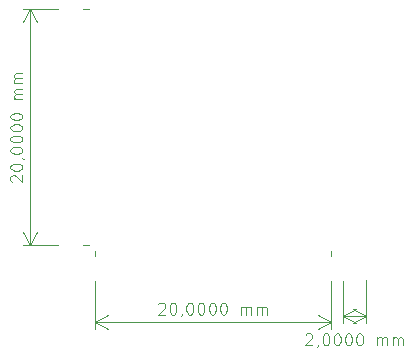
<source format=gto>
%TF.GenerationSoftware,KiCad,Pcbnew,8.0.6*%
%TF.CreationDate,2025-08-26T16:20:21+02:00*%
%TF.ProjectId,GoldElectrode,476f6c64-456c-4656-9374-726f64652e6b,rev?*%
%TF.SameCoordinates,Original*%
%TF.FileFunction,Legend,Top*%
%TF.FilePolarity,Positive*%
%FSLAX46Y46*%
G04 Gerber Fmt 4.6, Leading zero omitted, Abs format (unit mm)*
G04 Created by KiCad (PCBNEW 8.0.6) date 2025-08-26 16:20:21*
%MOMM*%
%LPD*%
G01*
G04 APERTURE LIST*
%ADD10C,0.100000*%
%ADD11R,2.000000X5.000000*%
%ADD12R,20.000000X20.000000*%
%ADD13R,2.000000X26.000000*%
%ADD14R,11.000000X2.000000*%
%ADD15R,26.000000X2.000000*%
G04 APERTURE END LIST*
D10*
X104380953Y-90952657D02*
X104428572Y-90905038D01*
X104428572Y-90905038D02*
X104523810Y-90857419D01*
X104523810Y-90857419D02*
X104761905Y-90857419D01*
X104761905Y-90857419D02*
X104857143Y-90905038D01*
X104857143Y-90905038D02*
X104904762Y-90952657D01*
X104904762Y-90952657D02*
X104952381Y-91047895D01*
X104952381Y-91047895D02*
X104952381Y-91143133D01*
X104952381Y-91143133D02*
X104904762Y-91285990D01*
X104904762Y-91285990D02*
X104333334Y-91857419D01*
X104333334Y-91857419D02*
X104952381Y-91857419D01*
X105571429Y-90857419D02*
X105666667Y-90857419D01*
X105666667Y-90857419D02*
X105761905Y-90905038D01*
X105761905Y-90905038D02*
X105809524Y-90952657D01*
X105809524Y-90952657D02*
X105857143Y-91047895D01*
X105857143Y-91047895D02*
X105904762Y-91238371D01*
X105904762Y-91238371D02*
X105904762Y-91476466D01*
X105904762Y-91476466D02*
X105857143Y-91666942D01*
X105857143Y-91666942D02*
X105809524Y-91762180D01*
X105809524Y-91762180D02*
X105761905Y-91809800D01*
X105761905Y-91809800D02*
X105666667Y-91857419D01*
X105666667Y-91857419D02*
X105571429Y-91857419D01*
X105571429Y-91857419D02*
X105476191Y-91809800D01*
X105476191Y-91809800D02*
X105428572Y-91762180D01*
X105428572Y-91762180D02*
X105380953Y-91666942D01*
X105380953Y-91666942D02*
X105333334Y-91476466D01*
X105333334Y-91476466D02*
X105333334Y-91238371D01*
X105333334Y-91238371D02*
X105380953Y-91047895D01*
X105380953Y-91047895D02*
X105428572Y-90952657D01*
X105428572Y-90952657D02*
X105476191Y-90905038D01*
X105476191Y-90905038D02*
X105571429Y-90857419D01*
X106380953Y-91809800D02*
X106380953Y-91857419D01*
X106380953Y-91857419D02*
X106333334Y-91952657D01*
X106333334Y-91952657D02*
X106285715Y-92000276D01*
X107000000Y-90857419D02*
X107095238Y-90857419D01*
X107095238Y-90857419D02*
X107190476Y-90905038D01*
X107190476Y-90905038D02*
X107238095Y-90952657D01*
X107238095Y-90952657D02*
X107285714Y-91047895D01*
X107285714Y-91047895D02*
X107333333Y-91238371D01*
X107333333Y-91238371D02*
X107333333Y-91476466D01*
X107333333Y-91476466D02*
X107285714Y-91666942D01*
X107285714Y-91666942D02*
X107238095Y-91762180D01*
X107238095Y-91762180D02*
X107190476Y-91809800D01*
X107190476Y-91809800D02*
X107095238Y-91857419D01*
X107095238Y-91857419D02*
X107000000Y-91857419D01*
X107000000Y-91857419D02*
X106904762Y-91809800D01*
X106904762Y-91809800D02*
X106857143Y-91762180D01*
X106857143Y-91762180D02*
X106809524Y-91666942D01*
X106809524Y-91666942D02*
X106761905Y-91476466D01*
X106761905Y-91476466D02*
X106761905Y-91238371D01*
X106761905Y-91238371D02*
X106809524Y-91047895D01*
X106809524Y-91047895D02*
X106857143Y-90952657D01*
X106857143Y-90952657D02*
X106904762Y-90905038D01*
X106904762Y-90905038D02*
X107000000Y-90857419D01*
X107952381Y-90857419D02*
X108047619Y-90857419D01*
X108047619Y-90857419D02*
X108142857Y-90905038D01*
X108142857Y-90905038D02*
X108190476Y-90952657D01*
X108190476Y-90952657D02*
X108238095Y-91047895D01*
X108238095Y-91047895D02*
X108285714Y-91238371D01*
X108285714Y-91238371D02*
X108285714Y-91476466D01*
X108285714Y-91476466D02*
X108238095Y-91666942D01*
X108238095Y-91666942D02*
X108190476Y-91762180D01*
X108190476Y-91762180D02*
X108142857Y-91809800D01*
X108142857Y-91809800D02*
X108047619Y-91857419D01*
X108047619Y-91857419D02*
X107952381Y-91857419D01*
X107952381Y-91857419D02*
X107857143Y-91809800D01*
X107857143Y-91809800D02*
X107809524Y-91762180D01*
X107809524Y-91762180D02*
X107761905Y-91666942D01*
X107761905Y-91666942D02*
X107714286Y-91476466D01*
X107714286Y-91476466D02*
X107714286Y-91238371D01*
X107714286Y-91238371D02*
X107761905Y-91047895D01*
X107761905Y-91047895D02*
X107809524Y-90952657D01*
X107809524Y-90952657D02*
X107857143Y-90905038D01*
X107857143Y-90905038D02*
X107952381Y-90857419D01*
X108904762Y-90857419D02*
X109000000Y-90857419D01*
X109000000Y-90857419D02*
X109095238Y-90905038D01*
X109095238Y-90905038D02*
X109142857Y-90952657D01*
X109142857Y-90952657D02*
X109190476Y-91047895D01*
X109190476Y-91047895D02*
X109238095Y-91238371D01*
X109238095Y-91238371D02*
X109238095Y-91476466D01*
X109238095Y-91476466D02*
X109190476Y-91666942D01*
X109190476Y-91666942D02*
X109142857Y-91762180D01*
X109142857Y-91762180D02*
X109095238Y-91809800D01*
X109095238Y-91809800D02*
X109000000Y-91857419D01*
X109000000Y-91857419D02*
X108904762Y-91857419D01*
X108904762Y-91857419D02*
X108809524Y-91809800D01*
X108809524Y-91809800D02*
X108761905Y-91762180D01*
X108761905Y-91762180D02*
X108714286Y-91666942D01*
X108714286Y-91666942D02*
X108666667Y-91476466D01*
X108666667Y-91476466D02*
X108666667Y-91238371D01*
X108666667Y-91238371D02*
X108714286Y-91047895D01*
X108714286Y-91047895D02*
X108761905Y-90952657D01*
X108761905Y-90952657D02*
X108809524Y-90905038D01*
X108809524Y-90905038D02*
X108904762Y-90857419D01*
X109857143Y-90857419D02*
X109952381Y-90857419D01*
X109952381Y-90857419D02*
X110047619Y-90905038D01*
X110047619Y-90905038D02*
X110095238Y-90952657D01*
X110095238Y-90952657D02*
X110142857Y-91047895D01*
X110142857Y-91047895D02*
X110190476Y-91238371D01*
X110190476Y-91238371D02*
X110190476Y-91476466D01*
X110190476Y-91476466D02*
X110142857Y-91666942D01*
X110142857Y-91666942D02*
X110095238Y-91762180D01*
X110095238Y-91762180D02*
X110047619Y-91809800D01*
X110047619Y-91809800D02*
X109952381Y-91857419D01*
X109952381Y-91857419D02*
X109857143Y-91857419D01*
X109857143Y-91857419D02*
X109761905Y-91809800D01*
X109761905Y-91809800D02*
X109714286Y-91762180D01*
X109714286Y-91762180D02*
X109666667Y-91666942D01*
X109666667Y-91666942D02*
X109619048Y-91476466D01*
X109619048Y-91476466D02*
X109619048Y-91238371D01*
X109619048Y-91238371D02*
X109666667Y-91047895D01*
X109666667Y-91047895D02*
X109714286Y-90952657D01*
X109714286Y-90952657D02*
X109761905Y-90905038D01*
X109761905Y-90905038D02*
X109857143Y-90857419D01*
X111380953Y-91857419D02*
X111380953Y-91190752D01*
X111380953Y-91285990D02*
X111428572Y-91238371D01*
X111428572Y-91238371D02*
X111523810Y-91190752D01*
X111523810Y-91190752D02*
X111666667Y-91190752D01*
X111666667Y-91190752D02*
X111761905Y-91238371D01*
X111761905Y-91238371D02*
X111809524Y-91333609D01*
X111809524Y-91333609D02*
X111809524Y-91857419D01*
X111809524Y-91333609D02*
X111857143Y-91238371D01*
X111857143Y-91238371D02*
X111952381Y-91190752D01*
X111952381Y-91190752D02*
X112095238Y-91190752D01*
X112095238Y-91190752D02*
X112190477Y-91238371D01*
X112190477Y-91238371D02*
X112238096Y-91333609D01*
X112238096Y-91333609D02*
X112238096Y-91857419D01*
X112714286Y-91857419D02*
X112714286Y-91190752D01*
X112714286Y-91285990D02*
X112761905Y-91238371D01*
X112761905Y-91238371D02*
X112857143Y-91190752D01*
X112857143Y-91190752D02*
X113000000Y-91190752D01*
X113000000Y-91190752D02*
X113095238Y-91238371D01*
X113095238Y-91238371D02*
X113142857Y-91333609D01*
X113142857Y-91333609D02*
X113142857Y-91857419D01*
X113142857Y-91333609D02*
X113190476Y-91238371D01*
X113190476Y-91238371D02*
X113285714Y-91190752D01*
X113285714Y-91190752D02*
X113428571Y-91190752D01*
X113428571Y-91190752D02*
X113523810Y-91238371D01*
X113523810Y-91238371D02*
X113571429Y-91333609D01*
X113571429Y-91333609D02*
X113571429Y-91857419D01*
X99000000Y-86500000D02*
X99000000Y-93086420D01*
X119000000Y-86500000D02*
X119000000Y-93086420D01*
X99000000Y-92500000D02*
X119000000Y-92500000D01*
X99000000Y-92500000D02*
X119000000Y-92500000D01*
X99000000Y-92500000D02*
X100126504Y-91913579D01*
X99000000Y-92500000D02*
X100126504Y-93086421D01*
X119000000Y-92500000D02*
X117873496Y-93086421D01*
X119000000Y-92500000D02*
X117873496Y-91913579D01*
X91952657Y-80619046D02*
X91905038Y-80571427D01*
X91905038Y-80571427D02*
X91857419Y-80476189D01*
X91857419Y-80476189D02*
X91857419Y-80238094D01*
X91857419Y-80238094D02*
X91905038Y-80142856D01*
X91905038Y-80142856D02*
X91952657Y-80095237D01*
X91952657Y-80095237D02*
X92047895Y-80047618D01*
X92047895Y-80047618D02*
X92143133Y-80047618D01*
X92143133Y-80047618D02*
X92285990Y-80095237D01*
X92285990Y-80095237D02*
X92857419Y-80666665D01*
X92857419Y-80666665D02*
X92857419Y-80047618D01*
X91857419Y-79428570D02*
X91857419Y-79333332D01*
X91857419Y-79333332D02*
X91905038Y-79238094D01*
X91905038Y-79238094D02*
X91952657Y-79190475D01*
X91952657Y-79190475D02*
X92047895Y-79142856D01*
X92047895Y-79142856D02*
X92238371Y-79095237D01*
X92238371Y-79095237D02*
X92476466Y-79095237D01*
X92476466Y-79095237D02*
X92666942Y-79142856D01*
X92666942Y-79142856D02*
X92762180Y-79190475D01*
X92762180Y-79190475D02*
X92809800Y-79238094D01*
X92809800Y-79238094D02*
X92857419Y-79333332D01*
X92857419Y-79333332D02*
X92857419Y-79428570D01*
X92857419Y-79428570D02*
X92809800Y-79523808D01*
X92809800Y-79523808D02*
X92762180Y-79571427D01*
X92762180Y-79571427D02*
X92666942Y-79619046D01*
X92666942Y-79619046D02*
X92476466Y-79666665D01*
X92476466Y-79666665D02*
X92238371Y-79666665D01*
X92238371Y-79666665D02*
X92047895Y-79619046D01*
X92047895Y-79619046D02*
X91952657Y-79571427D01*
X91952657Y-79571427D02*
X91905038Y-79523808D01*
X91905038Y-79523808D02*
X91857419Y-79428570D01*
X92809800Y-78619046D02*
X92857419Y-78619046D01*
X92857419Y-78619046D02*
X92952657Y-78666665D01*
X92952657Y-78666665D02*
X93000276Y-78714284D01*
X91857419Y-77999999D02*
X91857419Y-77904761D01*
X91857419Y-77904761D02*
X91905038Y-77809523D01*
X91905038Y-77809523D02*
X91952657Y-77761904D01*
X91952657Y-77761904D02*
X92047895Y-77714285D01*
X92047895Y-77714285D02*
X92238371Y-77666666D01*
X92238371Y-77666666D02*
X92476466Y-77666666D01*
X92476466Y-77666666D02*
X92666942Y-77714285D01*
X92666942Y-77714285D02*
X92762180Y-77761904D01*
X92762180Y-77761904D02*
X92809800Y-77809523D01*
X92809800Y-77809523D02*
X92857419Y-77904761D01*
X92857419Y-77904761D02*
X92857419Y-77999999D01*
X92857419Y-77999999D02*
X92809800Y-78095237D01*
X92809800Y-78095237D02*
X92762180Y-78142856D01*
X92762180Y-78142856D02*
X92666942Y-78190475D01*
X92666942Y-78190475D02*
X92476466Y-78238094D01*
X92476466Y-78238094D02*
X92238371Y-78238094D01*
X92238371Y-78238094D02*
X92047895Y-78190475D01*
X92047895Y-78190475D02*
X91952657Y-78142856D01*
X91952657Y-78142856D02*
X91905038Y-78095237D01*
X91905038Y-78095237D02*
X91857419Y-77999999D01*
X91857419Y-77047618D02*
X91857419Y-76952380D01*
X91857419Y-76952380D02*
X91905038Y-76857142D01*
X91905038Y-76857142D02*
X91952657Y-76809523D01*
X91952657Y-76809523D02*
X92047895Y-76761904D01*
X92047895Y-76761904D02*
X92238371Y-76714285D01*
X92238371Y-76714285D02*
X92476466Y-76714285D01*
X92476466Y-76714285D02*
X92666942Y-76761904D01*
X92666942Y-76761904D02*
X92762180Y-76809523D01*
X92762180Y-76809523D02*
X92809800Y-76857142D01*
X92809800Y-76857142D02*
X92857419Y-76952380D01*
X92857419Y-76952380D02*
X92857419Y-77047618D01*
X92857419Y-77047618D02*
X92809800Y-77142856D01*
X92809800Y-77142856D02*
X92762180Y-77190475D01*
X92762180Y-77190475D02*
X92666942Y-77238094D01*
X92666942Y-77238094D02*
X92476466Y-77285713D01*
X92476466Y-77285713D02*
X92238371Y-77285713D01*
X92238371Y-77285713D02*
X92047895Y-77238094D01*
X92047895Y-77238094D02*
X91952657Y-77190475D01*
X91952657Y-77190475D02*
X91905038Y-77142856D01*
X91905038Y-77142856D02*
X91857419Y-77047618D01*
X91857419Y-76095237D02*
X91857419Y-75999999D01*
X91857419Y-75999999D02*
X91905038Y-75904761D01*
X91905038Y-75904761D02*
X91952657Y-75857142D01*
X91952657Y-75857142D02*
X92047895Y-75809523D01*
X92047895Y-75809523D02*
X92238371Y-75761904D01*
X92238371Y-75761904D02*
X92476466Y-75761904D01*
X92476466Y-75761904D02*
X92666942Y-75809523D01*
X92666942Y-75809523D02*
X92762180Y-75857142D01*
X92762180Y-75857142D02*
X92809800Y-75904761D01*
X92809800Y-75904761D02*
X92857419Y-75999999D01*
X92857419Y-75999999D02*
X92857419Y-76095237D01*
X92857419Y-76095237D02*
X92809800Y-76190475D01*
X92809800Y-76190475D02*
X92762180Y-76238094D01*
X92762180Y-76238094D02*
X92666942Y-76285713D01*
X92666942Y-76285713D02*
X92476466Y-76333332D01*
X92476466Y-76333332D02*
X92238371Y-76333332D01*
X92238371Y-76333332D02*
X92047895Y-76285713D01*
X92047895Y-76285713D02*
X91952657Y-76238094D01*
X91952657Y-76238094D02*
X91905038Y-76190475D01*
X91905038Y-76190475D02*
X91857419Y-76095237D01*
X91857419Y-75142856D02*
X91857419Y-75047618D01*
X91857419Y-75047618D02*
X91905038Y-74952380D01*
X91905038Y-74952380D02*
X91952657Y-74904761D01*
X91952657Y-74904761D02*
X92047895Y-74857142D01*
X92047895Y-74857142D02*
X92238371Y-74809523D01*
X92238371Y-74809523D02*
X92476466Y-74809523D01*
X92476466Y-74809523D02*
X92666942Y-74857142D01*
X92666942Y-74857142D02*
X92762180Y-74904761D01*
X92762180Y-74904761D02*
X92809800Y-74952380D01*
X92809800Y-74952380D02*
X92857419Y-75047618D01*
X92857419Y-75047618D02*
X92857419Y-75142856D01*
X92857419Y-75142856D02*
X92809800Y-75238094D01*
X92809800Y-75238094D02*
X92762180Y-75285713D01*
X92762180Y-75285713D02*
X92666942Y-75333332D01*
X92666942Y-75333332D02*
X92476466Y-75380951D01*
X92476466Y-75380951D02*
X92238371Y-75380951D01*
X92238371Y-75380951D02*
X92047895Y-75333332D01*
X92047895Y-75333332D02*
X91952657Y-75285713D01*
X91952657Y-75285713D02*
X91905038Y-75238094D01*
X91905038Y-75238094D02*
X91857419Y-75142856D01*
X92857419Y-73619046D02*
X92190752Y-73619046D01*
X92285990Y-73619046D02*
X92238371Y-73571427D01*
X92238371Y-73571427D02*
X92190752Y-73476189D01*
X92190752Y-73476189D02*
X92190752Y-73333332D01*
X92190752Y-73333332D02*
X92238371Y-73238094D01*
X92238371Y-73238094D02*
X92333609Y-73190475D01*
X92333609Y-73190475D02*
X92857419Y-73190475D01*
X92333609Y-73190475D02*
X92238371Y-73142856D01*
X92238371Y-73142856D02*
X92190752Y-73047618D01*
X92190752Y-73047618D02*
X92190752Y-72904761D01*
X92190752Y-72904761D02*
X92238371Y-72809522D01*
X92238371Y-72809522D02*
X92333609Y-72761903D01*
X92333609Y-72761903D02*
X92857419Y-72761903D01*
X92857419Y-72285713D02*
X92190752Y-72285713D01*
X92285990Y-72285713D02*
X92238371Y-72238094D01*
X92238371Y-72238094D02*
X92190752Y-72142856D01*
X92190752Y-72142856D02*
X92190752Y-71999999D01*
X92190752Y-71999999D02*
X92238371Y-71904761D01*
X92238371Y-71904761D02*
X92333609Y-71857142D01*
X92333609Y-71857142D02*
X92857419Y-71857142D01*
X92333609Y-71857142D02*
X92238371Y-71809523D01*
X92238371Y-71809523D02*
X92190752Y-71714285D01*
X92190752Y-71714285D02*
X92190752Y-71571428D01*
X92190752Y-71571428D02*
X92238371Y-71476189D01*
X92238371Y-71476189D02*
X92333609Y-71428570D01*
X92333609Y-71428570D02*
X92857419Y-71428570D01*
X98500000Y-86000000D02*
X92913580Y-86000000D01*
X98500000Y-66000000D02*
X92913580Y-66000000D01*
X93500000Y-86000000D02*
X93500000Y-66000000D01*
X93500000Y-86000000D02*
X93500000Y-66000000D01*
X93500000Y-86000000D02*
X92913579Y-84873496D01*
X93500000Y-86000000D02*
X94086421Y-84873496D01*
X93500000Y-66000000D02*
X94086421Y-67126504D01*
X93500000Y-66000000D02*
X92913579Y-67126504D01*
X116857143Y-93552657D02*
X116904762Y-93505038D01*
X116904762Y-93505038D02*
X117000000Y-93457419D01*
X117000000Y-93457419D02*
X117238095Y-93457419D01*
X117238095Y-93457419D02*
X117333333Y-93505038D01*
X117333333Y-93505038D02*
X117380952Y-93552657D01*
X117380952Y-93552657D02*
X117428571Y-93647895D01*
X117428571Y-93647895D02*
X117428571Y-93743133D01*
X117428571Y-93743133D02*
X117380952Y-93885990D01*
X117380952Y-93885990D02*
X116809524Y-94457419D01*
X116809524Y-94457419D02*
X117428571Y-94457419D01*
X117904762Y-94409800D02*
X117904762Y-94457419D01*
X117904762Y-94457419D02*
X117857143Y-94552657D01*
X117857143Y-94552657D02*
X117809524Y-94600276D01*
X118523809Y-93457419D02*
X118619047Y-93457419D01*
X118619047Y-93457419D02*
X118714285Y-93505038D01*
X118714285Y-93505038D02*
X118761904Y-93552657D01*
X118761904Y-93552657D02*
X118809523Y-93647895D01*
X118809523Y-93647895D02*
X118857142Y-93838371D01*
X118857142Y-93838371D02*
X118857142Y-94076466D01*
X118857142Y-94076466D02*
X118809523Y-94266942D01*
X118809523Y-94266942D02*
X118761904Y-94362180D01*
X118761904Y-94362180D02*
X118714285Y-94409800D01*
X118714285Y-94409800D02*
X118619047Y-94457419D01*
X118619047Y-94457419D02*
X118523809Y-94457419D01*
X118523809Y-94457419D02*
X118428571Y-94409800D01*
X118428571Y-94409800D02*
X118380952Y-94362180D01*
X118380952Y-94362180D02*
X118333333Y-94266942D01*
X118333333Y-94266942D02*
X118285714Y-94076466D01*
X118285714Y-94076466D02*
X118285714Y-93838371D01*
X118285714Y-93838371D02*
X118333333Y-93647895D01*
X118333333Y-93647895D02*
X118380952Y-93552657D01*
X118380952Y-93552657D02*
X118428571Y-93505038D01*
X118428571Y-93505038D02*
X118523809Y-93457419D01*
X119476190Y-93457419D02*
X119571428Y-93457419D01*
X119571428Y-93457419D02*
X119666666Y-93505038D01*
X119666666Y-93505038D02*
X119714285Y-93552657D01*
X119714285Y-93552657D02*
X119761904Y-93647895D01*
X119761904Y-93647895D02*
X119809523Y-93838371D01*
X119809523Y-93838371D02*
X119809523Y-94076466D01*
X119809523Y-94076466D02*
X119761904Y-94266942D01*
X119761904Y-94266942D02*
X119714285Y-94362180D01*
X119714285Y-94362180D02*
X119666666Y-94409800D01*
X119666666Y-94409800D02*
X119571428Y-94457419D01*
X119571428Y-94457419D02*
X119476190Y-94457419D01*
X119476190Y-94457419D02*
X119380952Y-94409800D01*
X119380952Y-94409800D02*
X119333333Y-94362180D01*
X119333333Y-94362180D02*
X119285714Y-94266942D01*
X119285714Y-94266942D02*
X119238095Y-94076466D01*
X119238095Y-94076466D02*
X119238095Y-93838371D01*
X119238095Y-93838371D02*
X119285714Y-93647895D01*
X119285714Y-93647895D02*
X119333333Y-93552657D01*
X119333333Y-93552657D02*
X119380952Y-93505038D01*
X119380952Y-93505038D02*
X119476190Y-93457419D01*
X120428571Y-93457419D02*
X120523809Y-93457419D01*
X120523809Y-93457419D02*
X120619047Y-93505038D01*
X120619047Y-93505038D02*
X120666666Y-93552657D01*
X120666666Y-93552657D02*
X120714285Y-93647895D01*
X120714285Y-93647895D02*
X120761904Y-93838371D01*
X120761904Y-93838371D02*
X120761904Y-94076466D01*
X120761904Y-94076466D02*
X120714285Y-94266942D01*
X120714285Y-94266942D02*
X120666666Y-94362180D01*
X120666666Y-94362180D02*
X120619047Y-94409800D01*
X120619047Y-94409800D02*
X120523809Y-94457419D01*
X120523809Y-94457419D02*
X120428571Y-94457419D01*
X120428571Y-94457419D02*
X120333333Y-94409800D01*
X120333333Y-94409800D02*
X120285714Y-94362180D01*
X120285714Y-94362180D02*
X120238095Y-94266942D01*
X120238095Y-94266942D02*
X120190476Y-94076466D01*
X120190476Y-94076466D02*
X120190476Y-93838371D01*
X120190476Y-93838371D02*
X120238095Y-93647895D01*
X120238095Y-93647895D02*
X120285714Y-93552657D01*
X120285714Y-93552657D02*
X120333333Y-93505038D01*
X120333333Y-93505038D02*
X120428571Y-93457419D01*
X121380952Y-93457419D02*
X121476190Y-93457419D01*
X121476190Y-93457419D02*
X121571428Y-93505038D01*
X121571428Y-93505038D02*
X121619047Y-93552657D01*
X121619047Y-93552657D02*
X121666666Y-93647895D01*
X121666666Y-93647895D02*
X121714285Y-93838371D01*
X121714285Y-93838371D02*
X121714285Y-94076466D01*
X121714285Y-94076466D02*
X121666666Y-94266942D01*
X121666666Y-94266942D02*
X121619047Y-94362180D01*
X121619047Y-94362180D02*
X121571428Y-94409800D01*
X121571428Y-94409800D02*
X121476190Y-94457419D01*
X121476190Y-94457419D02*
X121380952Y-94457419D01*
X121380952Y-94457419D02*
X121285714Y-94409800D01*
X121285714Y-94409800D02*
X121238095Y-94362180D01*
X121238095Y-94362180D02*
X121190476Y-94266942D01*
X121190476Y-94266942D02*
X121142857Y-94076466D01*
X121142857Y-94076466D02*
X121142857Y-93838371D01*
X121142857Y-93838371D02*
X121190476Y-93647895D01*
X121190476Y-93647895D02*
X121238095Y-93552657D01*
X121238095Y-93552657D02*
X121285714Y-93505038D01*
X121285714Y-93505038D02*
X121380952Y-93457419D01*
X122904762Y-94457419D02*
X122904762Y-93790752D01*
X122904762Y-93885990D02*
X122952381Y-93838371D01*
X122952381Y-93838371D02*
X123047619Y-93790752D01*
X123047619Y-93790752D02*
X123190476Y-93790752D01*
X123190476Y-93790752D02*
X123285714Y-93838371D01*
X123285714Y-93838371D02*
X123333333Y-93933609D01*
X123333333Y-93933609D02*
X123333333Y-94457419D01*
X123333333Y-93933609D02*
X123380952Y-93838371D01*
X123380952Y-93838371D02*
X123476190Y-93790752D01*
X123476190Y-93790752D02*
X123619047Y-93790752D01*
X123619047Y-93790752D02*
X123714286Y-93838371D01*
X123714286Y-93838371D02*
X123761905Y-93933609D01*
X123761905Y-93933609D02*
X123761905Y-94457419D01*
X124238095Y-94457419D02*
X124238095Y-93790752D01*
X124238095Y-93885990D02*
X124285714Y-93838371D01*
X124285714Y-93838371D02*
X124380952Y-93790752D01*
X124380952Y-93790752D02*
X124523809Y-93790752D01*
X124523809Y-93790752D02*
X124619047Y-93838371D01*
X124619047Y-93838371D02*
X124666666Y-93933609D01*
X124666666Y-93933609D02*
X124666666Y-94457419D01*
X124666666Y-93933609D02*
X124714285Y-93838371D01*
X124714285Y-93838371D02*
X124809523Y-93790752D01*
X124809523Y-93790752D02*
X124952380Y-93790752D01*
X124952380Y-93790752D02*
X125047619Y-93838371D01*
X125047619Y-93838371D02*
X125095238Y-93933609D01*
X125095238Y-93933609D02*
X125095238Y-94457419D01*
X120000000Y-87000000D02*
X120000000Y-92586420D01*
X122000000Y-87000000D02*
X122000000Y-92586420D01*
X120000000Y-92000000D02*
X122000000Y-92000000D01*
X120000000Y-92000000D02*
X122000000Y-92000000D01*
X120000000Y-92000000D02*
X121126504Y-91413579D01*
X120000000Y-92000000D02*
X121126504Y-92586421D01*
X122000000Y-92000000D02*
X120873496Y-92586421D01*
X122000000Y-92000000D02*
X120873496Y-91413579D01*
%LPC*%
D11*
%TO.C,J4*%
X109000000Y-53675000D03*
X106000000Y-53675000D03*
X112000000Y-53675000D03*
%TD*%
D12*
%TO.C,J3*%
X109000000Y-76000000D03*
D13*
X97000000Y-76000000D03*
D14*
X101500000Y-64000000D03*
D15*
X109000000Y-88000000D03*
D14*
X116500000Y-64000000D03*
D13*
X121000000Y-76000000D03*
%TD*%
%LPD*%
M02*

</source>
